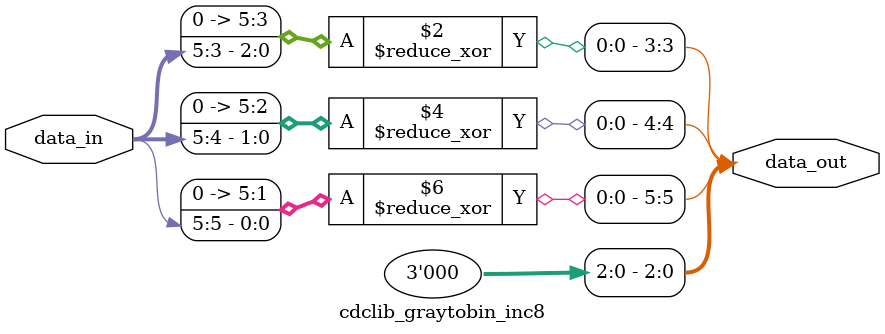
<source format=v>


module cdclib_graytobin_inc8
   #(
      parameter WIDTH           = 6 // Data width 
    )
   (
   // Inputs
   input  wire [WIDTH-1:0]  data_in,       // data in
   // Outputs
   output wire  [WIDTH-1:0]  data_out       // data out
   );


   genvar                      i;
   
   assign data_out[2:0] = 3'b000;
   generate
      for (i = 3; i <= WIDTH-1; i = i+1) begin: GREY_TO_BIN
        assign data_out[i] = ^(data_in >> i);            
         
      end // block: GRAY_TO_BIN
   endgenerate


endmodule

</source>
